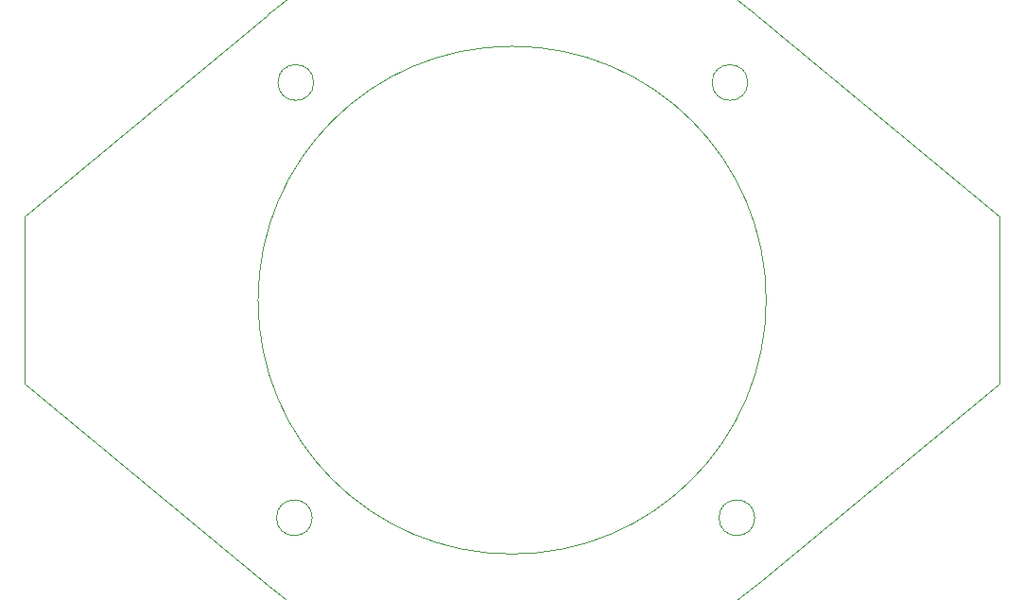
<source format=gbr>
%TF.GenerationSoftware,KiCad,Pcbnew,(6.0.0-0)*%
%TF.CreationDate,2022-02-24T10:59:23-05:00*%
%TF.ProjectId,Rotary,526f7461-7279-42e6-9b69-6361645f7063,rev?*%
%TF.SameCoordinates,Original*%
%TF.FileFunction,Profile,NP*%
%FSLAX46Y46*%
G04 Gerber Fmt 4.6, Leading zero omitted, Abs format (unit mm)*
G04 Created by KiCad (PCBNEW (6.0.0-0)) date 2022-02-24 10:59:23*
%MOMM*%
%LPD*%
G01*
G04 APERTURE LIST*
%TA.AperFunction,Profile*%
%ADD10C,0.100000*%
%TD*%
G04 APERTURE END LIST*
D10*
X168350000Y-117000000D02*
G75*
G03*
X168350000Y-117000000I-1600000J0D01*
G01*
X167725000Y-78000000D02*
G75*
G03*
X167725000Y-78000000I-1600000J0D01*
G01*
X168520000Y-71960000D02*
G75*
G03*
X124730000Y-71960000I-21895000J-25500264D01*
G01*
X169375000Y-97500000D02*
G75*
G03*
X169375000Y-97500000I-22750000J0D01*
G01*
X128725000Y-117000000D02*
G75*
G03*
X128725000Y-117000000I-1600000J0D01*
G01*
X190250000Y-90000000D02*
X168520000Y-71960000D01*
X190250000Y-105000000D02*
X168520000Y-123040000D01*
X103000000Y-90000000D02*
X103000000Y-105000000D01*
X124730000Y-123040000D02*
G75*
G03*
X168520000Y-123040000I21895000J25500264D01*
G01*
X103000000Y-90000000D02*
X124730000Y-71960000D01*
X190250000Y-90000000D02*
X190250000Y-105000000D01*
X128850000Y-78000000D02*
G75*
G03*
X128850000Y-78000000I-1600000J0D01*
G01*
X103000000Y-105000000D02*
X124730000Y-123040000D01*
M02*

</source>
